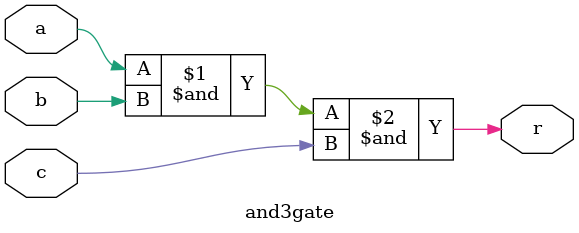
<source format=v>
`timescale 1ps/1ps
module and3gate(a,b,c,r);
  input a,b,c;
  output r;
  
  assign #30 r = a & b & c;
  
endmodule

</source>
